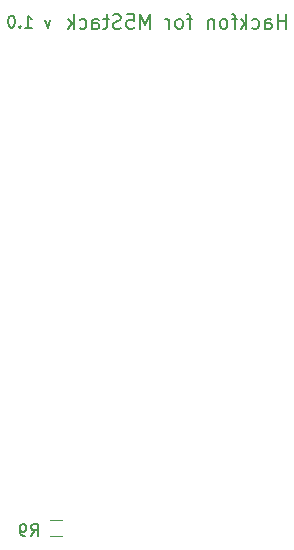
<source format=gbo>
G04 #@! TF.GenerationSoftware,KiCad,Pcbnew,(5.0.2)-1*
G04 #@! TF.CreationDate,2019-02-20T01:19:10+09:00*
G04 #@! TF.ProjectId,M5Hackfon,4d354861-636b-4666-9f6e-2e6b69636164,v1.2*
G04 #@! TF.SameCoordinates,Original*
G04 #@! TF.FileFunction,Legend,Bot*
G04 #@! TF.FilePolarity,Positive*
%FSLAX46Y46*%
G04 Gerber Fmt 4.6, Leading zero omitted, Abs format (unit mm)*
G04 Created by KiCad (PCBNEW (5.0.2)-1) date 2019/02/20 1:19:10*
%MOMM*%
%LPD*%
G01*
G04 APERTURE LIST*
%ADD10C,0.200000*%
%ADD11C,0.120000*%
%ADD12C,0.150000*%
%ADD13C,1.900000*%
%ADD14R,2.000000X2.000000*%
%ADD15O,2.000000X2.000000*%
%ADD16C,2.400000*%
%ADD17C,2.899360*%
%ADD18C,2.760000*%
%ADD19C,1.920000*%
%ADD20R,3.900000X3.900000*%
%ADD21C,2.100000*%
%ADD22C,1.400000*%
%ADD23C,1.200000*%
%ADD24R,3.550000X1.400000*%
%ADD25R,3.200000X3.900000*%
%ADD26O,1.750000X1.750000*%
%ADD27R,1.750000X1.750000*%
%ADD28C,3.600000*%
%ADD29C,2.600000*%
%ADD30R,2.100000X2.100000*%
%ADD31O,2.100000X2.100000*%
%ADD32R,2.400000X2.400000*%
%ADD33O,2.400000X2.400000*%
%ADD34R,0.900000X1.300000*%
G04 APERTURE END LIST*
D10*
X122827523Y-84144714D02*
X122589428Y-84811380D01*
X122351333Y-84144714D01*
X120684666Y-84811380D02*
X121256095Y-84811380D01*
X120970380Y-84811380D02*
X120970380Y-83811380D01*
X121065619Y-83954238D01*
X121160857Y-84049476D01*
X121256095Y-84097095D01*
X120256095Y-84716142D02*
X120208476Y-84763761D01*
X120256095Y-84811380D01*
X120303714Y-84763761D01*
X120256095Y-84716142D01*
X120256095Y-84811380D01*
X119589428Y-83811380D02*
X119494190Y-83811380D01*
X119398952Y-83859000D01*
X119351333Y-83906619D01*
X119303714Y-84001857D01*
X119256095Y-84192333D01*
X119256095Y-84430428D01*
X119303714Y-84620904D01*
X119351333Y-84716142D01*
X119398952Y-84763761D01*
X119494190Y-84811380D01*
X119589428Y-84811380D01*
X119684666Y-84763761D01*
X119732285Y-84716142D01*
X119779904Y-84620904D01*
X119827523Y-84430428D01*
X119827523Y-84192333D01*
X119779904Y-84001857D01*
X119732285Y-83906619D01*
X119684666Y-83859000D01*
X119589428Y-83811380D01*
X142791000Y-84901857D02*
X142791000Y-83701857D01*
X142791000Y-84273285D02*
X142105285Y-84273285D01*
X142105285Y-84901857D02*
X142105285Y-83701857D01*
X141019571Y-84901857D02*
X141019571Y-84273285D01*
X141076714Y-84159000D01*
X141191000Y-84101857D01*
X141419571Y-84101857D01*
X141533857Y-84159000D01*
X141019571Y-84844714D02*
X141133857Y-84901857D01*
X141419571Y-84901857D01*
X141533857Y-84844714D01*
X141591000Y-84730428D01*
X141591000Y-84616142D01*
X141533857Y-84501857D01*
X141419571Y-84444714D01*
X141133857Y-84444714D01*
X141019571Y-84387571D01*
X139933857Y-84844714D02*
X140048142Y-84901857D01*
X140276714Y-84901857D01*
X140391000Y-84844714D01*
X140448142Y-84787571D01*
X140505285Y-84673285D01*
X140505285Y-84330428D01*
X140448142Y-84216142D01*
X140391000Y-84159000D01*
X140276714Y-84101857D01*
X140048142Y-84101857D01*
X139933857Y-84159000D01*
X139419571Y-84901857D02*
X139419571Y-83701857D01*
X139305285Y-84444714D02*
X138962428Y-84901857D01*
X138962428Y-84101857D02*
X139419571Y-84559000D01*
X138619571Y-84101857D02*
X138162428Y-84101857D01*
X138448142Y-84901857D02*
X138448142Y-83873285D01*
X138391000Y-83759000D01*
X138276714Y-83701857D01*
X138162428Y-83701857D01*
X137591000Y-84901857D02*
X137705285Y-84844714D01*
X137762428Y-84787571D01*
X137819571Y-84673285D01*
X137819571Y-84330428D01*
X137762428Y-84216142D01*
X137705285Y-84159000D01*
X137591000Y-84101857D01*
X137419571Y-84101857D01*
X137305285Y-84159000D01*
X137248142Y-84216142D01*
X137191000Y-84330428D01*
X137191000Y-84673285D01*
X137248142Y-84787571D01*
X137305285Y-84844714D01*
X137419571Y-84901857D01*
X137591000Y-84901857D01*
X136676714Y-84101857D02*
X136676714Y-84901857D01*
X136676714Y-84216142D02*
X136619571Y-84159000D01*
X136505285Y-84101857D01*
X136333857Y-84101857D01*
X136219571Y-84159000D01*
X136162428Y-84273285D01*
X136162428Y-84901857D01*
X134848142Y-84101857D02*
X134391000Y-84101857D01*
X134676714Y-84901857D02*
X134676714Y-83873285D01*
X134619571Y-83759000D01*
X134505285Y-83701857D01*
X134391000Y-83701857D01*
X133819571Y-84901857D02*
X133933857Y-84844714D01*
X133991000Y-84787571D01*
X134048142Y-84673285D01*
X134048142Y-84330428D01*
X133991000Y-84216142D01*
X133933857Y-84159000D01*
X133819571Y-84101857D01*
X133648142Y-84101857D01*
X133533857Y-84159000D01*
X133476714Y-84216142D01*
X133419571Y-84330428D01*
X133419571Y-84673285D01*
X133476714Y-84787571D01*
X133533857Y-84844714D01*
X133648142Y-84901857D01*
X133819571Y-84901857D01*
X132905285Y-84901857D02*
X132905285Y-84101857D01*
X132905285Y-84330428D02*
X132848142Y-84216142D01*
X132791000Y-84159000D01*
X132676714Y-84101857D01*
X132562428Y-84101857D01*
X131248142Y-84901857D02*
X131248142Y-83701857D01*
X130848142Y-84559000D01*
X130448142Y-83701857D01*
X130448142Y-84901857D01*
X129305285Y-83701857D02*
X129876714Y-83701857D01*
X129933857Y-84273285D01*
X129876714Y-84216142D01*
X129762428Y-84159000D01*
X129476714Y-84159000D01*
X129362428Y-84216142D01*
X129305285Y-84273285D01*
X129248142Y-84387571D01*
X129248142Y-84673285D01*
X129305285Y-84787571D01*
X129362428Y-84844714D01*
X129476714Y-84901857D01*
X129762428Y-84901857D01*
X129876714Y-84844714D01*
X129933857Y-84787571D01*
X128791000Y-84844714D02*
X128619571Y-84901857D01*
X128333857Y-84901857D01*
X128219571Y-84844714D01*
X128162428Y-84787571D01*
X128105285Y-84673285D01*
X128105285Y-84559000D01*
X128162428Y-84444714D01*
X128219571Y-84387571D01*
X128333857Y-84330428D01*
X128562428Y-84273285D01*
X128676714Y-84216142D01*
X128733857Y-84159000D01*
X128791000Y-84044714D01*
X128791000Y-83930428D01*
X128733857Y-83816142D01*
X128676714Y-83759000D01*
X128562428Y-83701857D01*
X128276714Y-83701857D01*
X128105285Y-83759000D01*
X127762428Y-84101857D02*
X127305285Y-84101857D01*
X127591000Y-83701857D02*
X127591000Y-84730428D01*
X127533857Y-84844714D01*
X127419571Y-84901857D01*
X127305285Y-84901857D01*
X126391000Y-84901857D02*
X126391000Y-84273285D01*
X126448142Y-84159000D01*
X126562428Y-84101857D01*
X126791000Y-84101857D01*
X126905285Y-84159000D01*
X126391000Y-84844714D02*
X126505285Y-84901857D01*
X126791000Y-84901857D01*
X126905285Y-84844714D01*
X126962428Y-84730428D01*
X126962428Y-84616142D01*
X126905285Y-84501857D01*
X126791000Y-84444714D01*
X126505285Y-84444714D01*
X126391000Y-84387571D01*
X125305285Y-84844714D02*
X125419571Y-84901857D01*
X125648142Y-84901857D01*
X125762428Y-84844714D01*
X125819571Y-84787571D01*
X125876714Y-84673285D01*
X125876714Y-84330428D01*
X125819571Y-84216142D01*
X125762428Y-84159000D01*
X125648142Y-84101857D01*
X125419571Y-84101857D01*
X125305285Y-84159000D01*
X124791000Y-84901857D02*
X124791000Y-83701857D01*
X124676714Y-84444714D02*
X124333857Y-84901857D01*
X124333857Y-84101857D02*
X124791000Y-84559000D01*
D11*
G04 #@! TO.C,R9*
X123804000Y-126478000D02*
X122804000Y-126478000D01*
X122804000Y-127838000D02*
X123804000Y-127838000D01*
D12*
X121184666Y-127864380D02*
X121518000Y-127388190D01*
X121756095Y-127864380D02*
X121756095Y-126864380D01*
X121375142Y-126864380D01*
X121279904Y-126912000D01*
X121232285Y-126959619D01*
X121184666Y-127054857D01*
X121184666Y-127197714D01*
X121232285Y-127292952D01*
X121279904Y-127340571D01*
X121375142Y-127388190D01*
X121756095Y-127388190D01*
X120708476Y-127864380D02*
X120518000Y-127864380D01*
X120422761Y-127816761D01*
X120375142Y-127769142D01*
X120279904Y-127626285D01*
X120232285Y-127435809D01*
X120232285Y-127054857D01*
X120279904Y-126959619D01*
X120327523Y-126912000D01*
X120422761Y-126864380D01*
X120613238Y-126864380D01*
X120708476Y-126912000D01*
X120756095Y-126959619D01*
X120803714Y-127054857D01*
X120803714Y-127292952D01*
X120756095Y-127388190D01*
X120708476Y-127435809D01*
X120613238Y-127483428D01*
X120422761Y-127483428D01*
X120327523Y-127435809D01*
X120279904Y-127388190D01*
X120232285Y-127292952D01*
G04 #@! TD*
%LPC*%
D13*
G04 #@! TO.C,Y1*
X118605000Y-122640000D03*
X118605000Y-117760000D03*
G04 #@! TD*
D14*
G04 #@! TO.C,U7*
X129146000Y-104552000D03*
D15*
X121526000Y-102012000D03*
X129146000Y-102012000D03*
X121526000Y-104552000D03*
G04 #@! TD*
D16*
G04 #@! TO.C,T1*
X122880000Y-91852000D03*
D17*
X122880000Y-94852000D03*
X122880000Y-88852000D03*
X133380000Y-88852000D03*
X133380000Y-94852000D03*
G04 #@! TD*
D18*
G04 #@! TO.C,J4*
X150300000Y-107450000D03*
X150300000Y-95450000D03*
D19*
X148000000Y-99920000D03*
X148000000Y-101960000D03*
X148000000Y-104000000D03*
X145460000Y-98900000D03*
X145460000Y-102980000D03*
X145460000Y-100940000D03*
G04 #@! TD*
D20*
G04 #@! TO.C,J2*
X145500000Y-115800000D03*
X148500000Y-120500000D03*
X142500000Y-120500000D03*
G04 #@! TD*
D21*
G04 #@! TO.C,J1*
X111270000Y-125780000D03*
X108730000Y-125780000D03*
X111270000Y-123240000D03*
X108730000Y-123240000D03*
X111270000Y-120700000D03*
X108730000Y-120700000D03*
X111270000Y-118160000D03*
X108730000Y-118160000D03*
X111270000Y-115620000D03*
X108730000Y-115620000D03*
X111270000Y-113080000D03*
X108730000Y-113080000D03*
X111270000Y-110540000D03*
X108730000Y-110540000D03*
X111270000Y-108000000D03*
X108730000Y-108000000D03*
X111270000Y-105460000D03*
X108730000Y-105460000D03*
X111270000Y-102920000D03*
X108730000Y-102920000D03*
X111270000Y-100380000D03*
X108730000Y-100380000D03*
X111270000Y-97840000D03*
X108730000Y-97840000D03*
X111270000Y-95300000D03*
X108730000Y-95300000D03*
X111270000Y-92760000D03*
X108730000Y-92760000D03*
X111270000Y-90220000D03*
X108730000Y-90220000D03*
D22*
X110000000Y-91490000D03*
D23*
X113175000Y-125780000D03*
X113175000Y-123240000D03*
X113175000Y-120700000D03*
X113175000Y-118160000D03*
X113175000Y-115620000D03*
X113175000Y-113080000D03*
X113175000Y-110540000D03*
X113175000Y-108000000D03*
X113175000Y-105460000D03*
X113175000Y-102920000D03*
X113175000Y-100380000D03*
X113175000Y-97840000D03*
X113175000Y-95300000D03*
X113175000Y-92760000D03*
X113175000Y-90220000D03*
X106825000Y-125780000D03*
X106825000Y-123240000D03*
X106825000Y-120700000D03*
X106825000Y-118160000D03*
X106825000Y-115620000D03*
X106825000Y-113080000D03*
X106825000Y-110540000D03*
X106825000Y-108000000D03*
X106825000Y-105460000D03*
X106825000Y-102920000D03*
X106825000Y-100380000D03*
X106825000Y-97840000D03*
X106825000Y-95300000D03*
X106825000Y-92760000D03*
D24*
X112555000Y-125780000D03*
X107475000Y-125780000D03*
X112555000Y-123240000D03*
X107475000Y-123240000D03*
X112555000Y-120700000D03*
X107475000Y-120700000D03*
X112555000Y-118160000D03*
X107475000Y-118160000D03*
X112555000Y-115620000D03*
X107475000Y-115620000D03*
X112555000Y-113080000D03*
X107475000Y-113080000D03*
X112555000Y-110540000D03*
X107475000Y-110540000D03*
X112555000Y-108000000D03*
X107475000Y-108000000D03*
X112555000Y-105460000D03*
X107475000Y-105460000D03*
X112555000Y-102920000D03*
X107475000Y-102920000D03*
X112555000Y-100380000D03*
X107475000Y-100380000D03*
X112555000Y-97840000D03*
X107475000Y-97840000D03*
X112555000Y-95300000D03*
X107475000Y-95300000D03*
X112555000Y-92760000D03*
X107475000Y-92760000D03*
X112555000Y-90220000D03*
D23*
X106825000Y-90220000D03*
D24*
X107475000Y-90220000D03*
D23*
X110000000Y-94030000D03*
D22*
X110000000Y-124510000D03*
D23*
X110000000Y-121970000D03*
G04 #@! TD*
D25*
G04 #@! TO.C,SW1*
X126820000Y-129190000D03*
D26*
X120320000Y-129190000D03*
X122320000Y-129190000D03*
D27*
X124320000Y-129190000D03*
D25*
X117820000Y-129190000D03*
G04 #@! TD*
D28*
G04 #@! TO.C,MK3*
X151000000Y-86000000D03*
G04 #@! TD*
G04 #@! TO.C,MK1*
X107000000Y-130000000D03*
G04 #@! TD*
G04 #@! TO.C,MK2*
X107000000Y-86000000D03*
G04 #@! TD*
G04 #@! TO.C,MK4*
X151000000Y-130000000D03*
G04 #@! TD*
D29*
G04 #@! TO.C,MK5*
X111000000Y-130000000D03*
G04 #@! TD*
G04 #@! TO.C,MK6*
X111000000Y-86000000D03*
G04 #@! TD*
G04 #@! TO.C,MK7*
X147000000Y-86000000D03*
G04 #@! TD*
G04 #@! TO.C,MK8*
X147000000Y-130000000D03*
G04 #@! TD*
D30*
G04 #@! TO.C,J3*
X136000000Y-130000000D03*
D31*
X138540000Y-130000000D03*
G04 #@! TD*
D32*
G04 #@! TO.C,D4*
X138798000Y-94138000D03*
D33*
X138798000Y-89058000D03*
G04 #@! TD*
G04 #@! TO.C,D5*
X117716000Y-89058000D03*
D32*
X117716000Y-94138000D03*
G04 #@! TD*
D34*
G04 #@! TO.C,R9*
X122554000Y-127158000D03*
X124054000Y-127158000D03*
G04 #@! TD*
M02*

</source>
